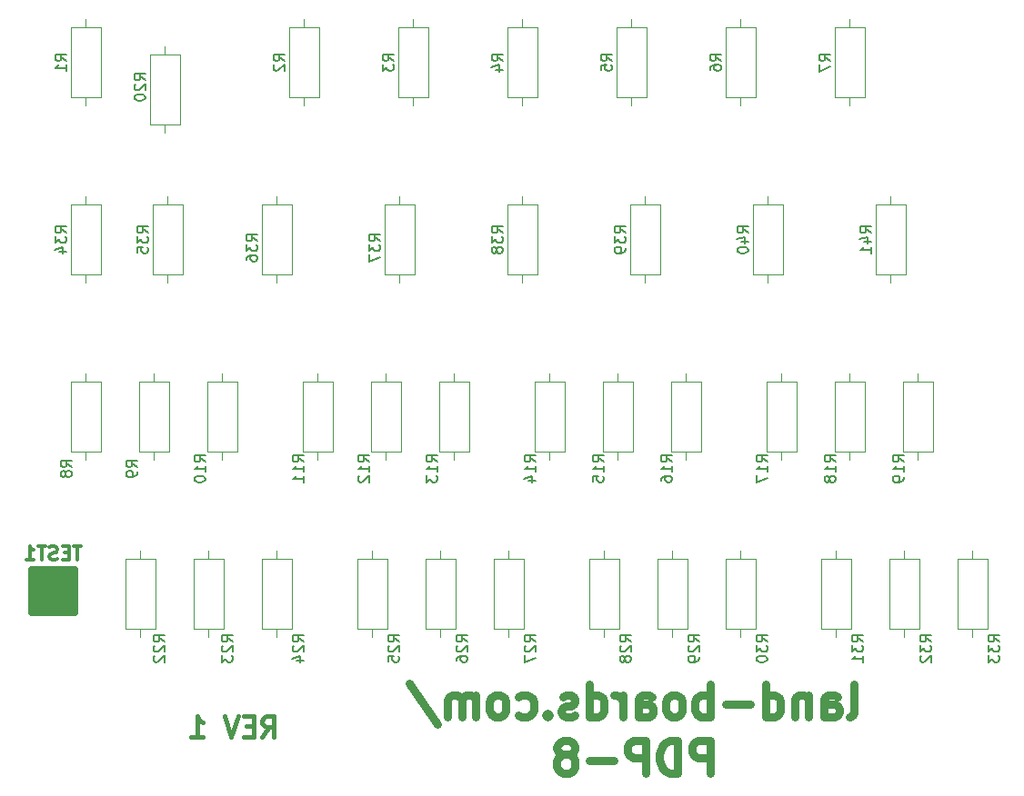
<source format=gbr>
G04 #@! TF.GenerationSoftware,KiCad,Pcbnew,(5.1.5)-3*
G04 #@! TF.CreationDate,2021-04-24T18:14:02-04:00*
G04 #@! TF.ProjectId,LEDS-SW12,4c454453-2d53-4573-9132-2e6b69636164,1*
G04 #@! TF.SameCoordinates,Original*
G04 #@! TF.FileFunction,Legend,Bot*
G04 #@! TF.FilePolarity,Positive*
%FSLAX46Y46*%
G04 Gerber Fmt 4.6, Leading zero omitted, Abs format (unit mm)*
G04 Created by KiCad (PCBNEW (5.1.5)-3) date 2021-04-24 18:14:02*
%MOMM*%
%LPD*%
G04 APERTURE LIST*
%ADD10C,0.750000*%
%ADD11C,0.381000*%
%ADD12C,0.120000*%
%ADD13C,0.650000*%
%ADD14C,0.150000*%
%ADD15C,0.317500*%
G04 APERTURE END LIST*
D10*
X87635421Y-97792143D02*
X87921136Y-97649286D01*
X88063993Y-97363572D01*
X88063993Y-94792144D01*
X85206851Y-97792143D02*
X85206851Y-96220715D01*
X85349708Y-95935001D01*
X85635422Y-95792144D01*
X86206850Y-95792144D01*
X86492565Y-95935001D01*
X85206851Y-97649286D02*
X85492565Y-97792143D01*
X86206850Y-97792143D01*
X86492565Y-97649286D01*
X86635422Y-97363572D01*
X86635422Y-97077857D01*
X86492565Y-96792143D01*
X86206850Y-96649286D01*
X85492565Y-96649286D01*
X85206851Y-96506429D01*
X83778280Y-95792144D02*
X83778280Y-97792143D01*
X83778280Y-96077858D02*
X83635423Y-95935001D01*
X83349709Y-95792144D01*
X82921137Y-95792144D01*
X82635423Y-95935001D01*
X82492566Y-96220715D01*
X82492566Y-97792143D01*
X79778281Y-97792143D02*
X79778281Y-94792144D01*
X79778281Y-97649286D02*
X80063995Y-97792143D01*
X80635424Y-97792143D01*
X80921138Y-97649286D01*
X81063995Y-97506429D01*
X81206852Y-97220715D01*
X81206852Y-96363572D01*
X81063995Y-96077858D01*
X80921138Y-95935001D01*
X80635424Y-95792144D01*
X80063995Y-95792144D01*
X79778281Y-95935001D01*
X78349710Y-96649286D02*
X76063997Y-96649286D01*
X74635426Y-97792143D02*
X74635426Y-94792144D01*
X74635426Y-95935001D02*
X74349712Y-95792144D01*
X73778283Y-95792144D01*
X73492569Y-95935001D01*
X73349712Y-96077858D01*
X73206855Y-96363572D01*
X73206855Y-97220715D01*
X73349712Y-97506429D01*
X73492569Y-97649286D01*
X73778283Y-97792143D01*
X74349712Y-97792143D01*
X74635426Y-97649286D01*
X71492570Y-97792143D02*
X71778284Y-97649286D01*
X71921141Y-97506429D01*
X72063998Y-97220715D01*
X72063998Y-96363572D01*
X71921141Y-96077858D01*
X71778284Y-95935001D01*
X71492570Y-95792144D01*
X71063998Y-95792144D01*
X70778284Y-95935001D01*
X70635427Y-96077858D01*
X70492570Y-96363572D01*
X70492570Y-97220715D01*
X70635427Y-97506429D01*
X70778284Y-97649286D01*
X71063998Y-97792143D01*
X71492570Y-97792143D01*
X67921142Y-97792143D02*
X67921142Y-96220715D01*
X68063999Y-95935001D01*
X68349714Y-95792144D01*
X68921142Y-95792144D01*
X69206856Y-95935001D01*
X67921142Y-97649286D02*
X68206856Y-97792143D01*
X68921142Y-97792143D01*
X69206856Y-97649286D01*
X69349713Y-97363572D01*
X69349713Y-97077857D01*
X69206856Y-96792143D01*
X68921142Y-96649286D01*
X68206856Y-96649286D01*
X67921142Y-96506429D01*
X66492571Y-97792143D02*
X66492571Y-95792144D01*
X66492571Y-96363572D02*
X66349714Y-96077858D01*
X66206857Y-95935001D01*
X65921143Y-95792144D01*
X65635429Y-95792144D01*
X63349715Y-97792143D02*
X63349715Y-94792144D01*
X63349715Y-97649286D02*
X63635429Y-97792143D01*
X64206858Y-97792143D01*
X64492572Y-97649286D01*
X64635429Y-97506429D01*
X64778286Y-97220715D01*
X64778286Y-96363572D01*
X64635429Y-96077858D01*
X64492572Y-95935001D01*
X64206858Y-95792144D01*
X63635429Y-95792144D01*
X63349715Y-95935001D01*
X62064001Y-97649286D02*
X61778287Y-97792143D01*
X61206859Y-97792143D01*
X60921145Y-97649286D01*
X60778287Y-97363572D01*
X60778287Y-97220715D01*
X60921145Y-96935000D01*
X61206859Y-96792143D01*
X61635430Y-96792143D01*
X61921144Y-96649286D01*
X62064001Y-96363572D01*
X62064001Y-96220715D01*
X61921144Y-95935001D01*
X61635430Y-95792144D01*
X61206859Y-95792144D01*
X60921145Y-95935001D01*
X59492574Y-97506429D02*
X59349717Y-97649286D01*
X59492574Y-97792143D01*
X59635431Y-97649286D01*
X59492574Y-97506429D01*
X59492574Y-97792143D01*
X56778289Y-97649286D02*
X57064003Y-97792143D01*
X57635431Y-97792143D01*
X57921146Y-97649286D01*
X58064003Y-97506429D01*
X58206860Y-97220715D01*
X58206860Y-96363572D01*
X58064003Y-96077858D01*
X57921146Y-95935001D01*
X57635431Y-95792144D01*
X57064003Y-95792144D01*
X56778289Y-95935001D01*
X55064004Y-97792143D02*
X55349718Y-97649286D01*
X55492575Y-97506429D01*
X55635432Y-97220715D01*
X55635432Y-96363572D01*
X55492575Y-96077858D01*
X55349718Y-95935001D01*
X55064004Y-95792144D01*
X54635432Y-95792144D01*
X54349718Y-95935001D01*
X54206861Y-96077858D01*
X54064004Y-96363572D01*
X54064004Y-97220715D01*
X54206861Y-97506429D01*
X54349718Y-97649286D01*
X54635432Y-97792143D01*
X55064004Y-97792143D01*
X52778290Y-97792143D02*
X52778290Y-95792144D01*
X52778290Y-96077858D02*
X52635433Y-95935001D01*
X52349719Y-95792144D01*
X51921148Y-95792144D01*
X51635433Y-95935001D01*
X51492576Y-96220715D01*
X51492576Y-97792143D01*
X51492576Y-96220715D02*
X51349719Y-95935001D01*
X51064005Y-95792144D01*
X50635434Y-95792144D01*
X50349720Y-95935001D01*
X50206862Y-96220715D01*
X50206862Y-97792143D01*
X46635435Y-94649287D02*
X49206863Y-98506428D01*
X74635426Y-103042142D02*
X74635426Y-100042143D01*
X73492569Y-100042143D01*
X73206855Y-100185000D01*
X73063998Y-100327857D01*
X72921141Y-100613571D01*
X72921141Y-101042143D01*
X73063998Y-101327857D01*
X73206855Y-101470714D01*
X73492569Y-101613571D01*
X74635426Y-101613571D01*
X71635427Y-103042142D02*
X71635427Y-100042143D01*
X70921141Y-100042143D01*
X70492570Y-100185000D01*
X70206856Y-100470714D01*
X70063999Y-100756428D01*
X69921142Y-101327857D01*
X69921142Y-101756428D01*
X70063999Y-102327856D01*
X70206856Y-102613571D01*
X70492570Y-102899285D01*
X70921141Y-103042142D01*
X71635427Y-103042142D01*
X68635428Y-103042142D02*
X68635428Y-100042143D01*
X67492571Y-100042143D01*
X67206857Y-100185000D01*
X67064000Y-100327857D01*
X66921143Y-100613571D01*
X66921143Y-101042143D01*
X67064000Y-101327857D01*
X67206857Y-101470714D01*
X67492571Y-101613571D01*
X68635428Y-101613571D01*
X65635429Y-101899285D02*
X63349715Y-101899285D01*
X61492573Y-101327857D02*
X61778287Y-101185000D01*
X61921144Y-101042143D01*
X62064001Y-100756428D01*
X62064001Y-100613571D01*
X61921144Y-100327857D01*
X61778287Y-100185000D01*
X61492573Y-100042143D01*
X60921145Y-100042143D01*
X60635430Y-100185000D01*
X60492573Y-100327857D01*
X60349716Y-100613571D01*
X60349716Y-100756428D01*
X60492573Y-101042143D01*
X60635430Y-101185000D01*
X60921145Y-101327857D01*
X61492573Y-101327857D01*
X61778287Y-101470714D01*
X61921144Y-101613571D01*
X62064001Y-101899285D01*
X62064001Y-102470714D01*
X61921144Y-102756428D01*
X61778287Y-102899285D01*
X61492573Y-103042142D01*
X60921145Y-103042142D01*
X60635430Y-102899285D01*
X60492573Y-102756428D01*
X60349716Y-102470714D01*
X60349716Y-101899285D01*
X60492573Y-101613571D01*
X60635430Y-101470714D01*
X60921145Y-101327857D01*
D11*
X32947428Y-99667785D02*
X33582428Y-98760642D01*
X34036000Y-99667785D02*
X34036000Y-97762785D01*
X33310285Y-97762785D01*
X33128857Y-97853500D01*
X33038142Y-97944214D01*
X32947428Y-98125642D01*
X32947428Y-98397785D01*
X33038142Y-98579214D01*
X33128857Y-98669928D01*
X33310285Y-98760642D01*
X34036000Y-98760642D01*
X32131000Y-98669928D02*
X31496000Y-98669928D01*
X31223857Y-99667785D02*
X32131000Y-99667785D01*
X32131000Y-97762785D01*
X31223857Y-97762785D01*
X30679571Y-97762785D02*
X30044571Y-99667785D01*
X29409571Y-97762785D01*
X26325285Y-99667785D02*
X27413857Y-99667785D01*
X26869571Y-99667785D02*
X26869571Y-97762785D01*
X27051000Y-98034928D01*
X27232428Y-98216357D01*
X27413857Y-98307071D01*
D12*
X77470000Y-82320000D02*
X77470000Y-83090000D01*
X77470000Y-90400000D02*
X77470000Y-89630000D01*
X78840000Y-83090000D02*
X78840000Y-89630000D01*
X76100000Y-83090000D02*
X78840000Y-83090000D01*
X76100000Y-89630000D02*
X76100000Y-83090000D01*
X78840000Y-89630000D02*
X76100000Y-89630000D01*
D13*
X11462000Y-84106000D02*
X15462000Y-84106000D01*
X15462000Y-84106000D02*
X15462000Y-88106000D01*
X15462000Y-88106000D02*
X11462000Y-88106000D01*
X11462000Y-88106000D02*
X11462000Y-84106000D01*
X11462000Y-84106000D02*
X11462000Y-84606000D01*
X11462000Y-84606000D02*
X15462000Y-84606000D01*
X15462000Y-84606000D02*
X15462000Y-85106000D01*
X15462000Y-85106000D02*
X11462000Y-85106000D01*
X11462000Y-85106000D02*
X11462000Y-85606000D01*
X11462000Y-85606000D02*
X15462000Y-85606000D01*
X15462000Y-85606000D02*
X15462000Y-86106000D01*
X15462000Y-86106000D02*
X11462000Y-86106000D01*
X11462000Y-86106000D02*
X11462000Y-86606000D01*
X11462000Y-86606000D02*
X14962000Y-86606000D01*
X14962000Y-86606000D02*
X15462000Y-86606000D01*
X15462000Y-86606000D02*
X15462000Y-87106000D01*
X15462000Y-87106000D02*
X11462000Y-87106000D01*
X11462000Y-87106000D02*
X11462000Y-87606000D01*
X11462000Y-87606000D02*
X15462000Y-87606000D01*
D12*
X50900000Y-89630000D02*
X48160000Y-89630000D01*
X48160000Y-89630000D02*
X48160000Y-83090000D01*
X48160000Y-83090000D02*
X50900000Y-83090000D01*
X50900000Y-83090000D02*
X50900000Y-89630000D01*
X49530000Y-90400000D02*
X49530000Y-89630000D01*
X49530000Y-82320000D02*
X49530000Y-83090000D01*
X57250000Y-89630000D02*
X54510000Y-89630000D01*
X54510000Y-89630000D02*
X54510000Y-83090000D01*
X54510000Y-83090000D02*
X57250000Y-83090000D01*
X57250000Y-83090000D02*
X57250000Y-89630000D01*
X55880000Y-90400000D02*
X55880000Y-89630000D01*
X55880000Y-82320000D02*
X55880000Y-83090000D01*
X64770000Y-82320000D02*
X64770000Y-83090000D01*
X64770000Y-90400000D02*
X64770000Y-89630000D01*
X66140000Y-83090000D02*
X66140000Y-89630000D01*
X63400000Y-83090000D02*
X66140000Y-83090000D01*
X63400000Y-89630000D02*
X63400000Y-83090000D01*
X66140000Y-89630000D02*
X63400000Y-89630000D01*
X72490000Y-89630000D02*
X69750000Y-89630000D01*
X69750000Y-89630000D02*
X69750000Y-83090000D01*
X69750000Y-83090000D02*
X72490000Y-83090000D01*
X72490000Y-83090000D02*
X72490000Y-89630000D01*
X71120000Y-90400000D02*
X71120000Y-89630000D01*
X71120000Y-82320000D02*
X71120000Y-83090000D01*
X86360000Y-82320000D02*
X86360000Y-83090000D01*
X86360000Y-90400000D02*
X86360000Y-89630000D01*
X87730000Y-83090000D02*
X87730000Y-89630000D01*
X84990000Y-83090000D02*
X87730000Y-83090000D01*
X84990000Y-89630000D02*
X84990000Y-83090000D01*
X87730000Y-89630000D02*
X84990000Y-89630000D01*
X94080000Y-89630000D02*
X91340000Y-89630000D01*
X91340000Y-89630000D02*
X91340000Y-83090000D01*
X91340000Y-83090000D02*
X94080000Y-83090000D01*
X94080000Y-83090000D02*
X94080000Y-89630000D01*
X92710000Y-90400000D02*
X92710000Y-89630000D01*
X92710000Y-82320000D02*
X92710000Y-83090000D01*
X99060000Y-82320000D02*
X99060000Y-83090000D01*
X99060000Y-90400000D02*
X99060000Y-89630000D01*
X100430000Y-83090000D02*
X100430000Y-89630000D01*
X97690000Y-83090000D02*
X100430000Y-83090000D01*
X97690000Y-89630000D02*
X97690000Y-83090000D01*
X100430000Y-89630000D02*
X97690000Y-89630000D01*
X24130000Y-49300000D02*
X24130000Y-50070000D01*
X24130000Y-57380000D02*
X24130000Y-56610000D01*
X25500000Y-50070000D02*
X25500000Y-56610000D01*
X22760000Y-50070000D02*
X25500000Y-50070000D01*
X22760000Y-56610000D02*
X22760000Y-50070000D01*
X25500000Y-56610000D02*
X22760000Y-56610000D01*
X35660000Y-56610000D02*
X32920000Y-56610000D01*
X32920000Y-56610000D02*
X32920000Y-50070000D01*
X32920000Y-50070000D02*
X35660000Y-50070000D01*
X35660000Y-50070000D02*
X35660000Y-56610000D01*
X34290000Y-57380000D02*
X34290000Y-56610000D01*
X34290000Y-49300000D02*
X34290000Y-50070000D01*
X45720000Y-49300000D02*
X45720000Y-50070000D01*
X45720000Y-57380000D02*
X45720000Y-56610000D01*
X47090000Y-50070000D02*
X47090000Y-56610000D01*
X44350000Y-50070000D02*
X47090000Y-50070000D01*
X44350000Y-56610000D02*
X44350000Y-50070000D01*
X47090000Y-56610000D02*
X44350000Y-56610000D01*
X58520000Y-56610000D02*
X55780000Y-56610000D01*
X55780000Y-56610000D02*
X55780000Y-50070000D01*
X55780000Y-50070000D02*
X58520000Y-50070000D01*
X58520000Y-50070000D02*
X58520000Y-56610000D01*
X57150000Y-57380000D02*
X57150000Y-56610000D01*
X57150000Y-49300000D02*
X57150000Y-50070000D01*
X68580000Y-49300000D02*
X68580000Y-50070000D01*
X68580000Y-57380000D02*
X68580000Y-56610000D01*
X69950000Y-50070000D02*
X69950000Y-56610000D01*
X67210000Y-50070000D02*
X69950000Y-50070000D01*
X67210000Y-56610000D02*
X67210000Y-50070000D01*
X69950000Y-56610000D02*
X67210000Y-56610000D01*
X81380000Y-56610000D02*
X78640000Y-56610000D01*
X78640000Y-56610000D02*
X78640000Y-50070000D01*
X78640000Y-50070000D02*
X81380000Y-50070000D01*
X81380000Y-50070000D02*
X81380000Y-56610000D01*
X80010000Y-57380000D02*
X80010000Y-56610000D01*
X80010000Y-49300000D02*
X80010000Y-50070000D01*
X91440000Y-49300000D02*
X91440000Y-50070000D01*
X91440000Y-57380000D02*
X91440000Y-56610000D01*
X92810000Y-50070000D02*
X92810000Y-56610000D01*
X90070000Y-50070000D02*
X92810000Y-50070000D01*
X90070000Y-56610000D02*
X90070000Y-50070000D01*
X92810000Y-56610000D02*
X90070000Y-56610000D01*
X95350000Y-73120000D02*
X92610000Y-73120000D01*
X92610000Y-73120000D02*
X92610000Y-66580000D01*
X92610000Y-66580000D02*
X95350000Y-66580000D01*
X95350000Y-66580000D02*
X95350000Y-73120000D01*
X93980000Y-73890000D02*
X93980000Y-73120000D01*
X93980000Y-65810000D02*
X93980000Y-66580000D01*
X87630000Y-65810000D02*
X87630000Y-66580000D01*
X87630000Y-73890000D02*
X87630000Y-73120000D01*
X89000000Y-66580000D02*
X89000000Y-73120000D01*
X86260000Y-66580000D02*
X89000000Y-66580000D01*
X86260000Y-73120000D02*
X86260000Y-66580000D01*
X89000000Y-73120000D02*
X86260000Y-73120000D01*
X82650000Y-73120000D02*
X79910000Y-73120000D01*
X79910000Y-73120000D02*
X79910000Y-66580000D01*
X79910000Y-66580000D02*
X82650000Y-66580000D01*
X82650000Y-66580000D02*
X82650000Y-73120000D01*
X81280000Y-73890000D02*
X81280000Y-73120000D01*
X81280000Y-65810000D02*
X81280000Y-66580000D01*
X72390000Y-65810000D02*
X72390000Y-66580000D01*
X72390000Y-73890000D02*
X72390000Y-73120000D01*
X73760000Y-66580000D02*
X73760000Y-73120000D01*
X71020000Y-66580000D02*
X73760000Y-66580000D01*
X71020000Y-73120000D02*
X71020000Y-66580000D01*
X73760000Y-73120000D02*
X71020000Y-73120000D01*
X67410000Y-73120000D02*
X64670000Y-73120000D01*
X64670000Y-73120000D02*
X64670000Y-66580000D01*
X64670000Y-66580000D02*
X67410000Y-66580000D01*
X67410000Y-66580000D02*
X67410000Y-73120000D01*
X66040000Y-73890000D02*
X66040000Y-73120000D01*
X66040000Y-65810000D02*
X66040000Y-66580000D01*
X59690000Y-65810000D02*
X59690000Y-66580000D01*
X59690000Y-73890000D02*
X59690000Y-73120000D01*
X61060000Y-66580000D02*
X61060000Y-73120000D01*
X58320000Y-66580000D02*
X61060000Y-66580000D01*
X58320000Y-73120000D02*
X58320000Y-66580000D01*
X61060000Y-73120000D02*
X58320000Y-73120000D01*
X52170000Y-73120000D02*
X49430000Y-73120000D01*
X49430000Y-73120000D02*
X49430000Y-66580000D01*
X49430000Y-66580000D02*
X52170000Y-66580000D01*
X52170000Y-66580000D02*
X52170000Y-73120000D01*
X50800000Y-73890000D02*
X50800000Y-73120000D01*
X50800000Y-65810000D02*
X50800000Y-66580000D01*
X44450000Y-65810000D02*
X44450000Y-66580000D01*
X44450000Y-73890000D02*
X44450000Y-73120000D01*
X45820000Y-66580000D02*
X45820000Y-73120000D01*
X43080000Y-66580000D02*
X45820000Y-66580000D01*
X43080000Y-73120000D02*
X43080000Y-66580000D01*
X45820000Y-73120000D02*
X43080000Y-73120000D01*
X44550000Y-89630000D02*
X41810000Y-89630000D01*
X41810000Y-89630000D02*
X41810000Y-83090000D01*
X41810000Y-83090000D02*
X44550000Y-83090000D01*
X44550000Y-83090000D02*
X44550000Y-89630000D01*
X43180000Y-90400000D02*
X43180000Y-89630000D01*
X43180000Y-82320000D02*
X43180000Y-83090000D01*
X34290000Y-82320000D02*
X34290000Y-83090000D01*
X34290000Y-90400000D02*
X34290000Y-89630000D01*
X35660000Y-83090000D02*
X35660000Y-89630000D01*
X32920000Y-83090000D02*
X35660000Y-83090000D01*
X32920000Y-89630000D02*
X32920000Y-83090000D01*
X35660000Y-89630000D02*
X32920000Y-89630000D01*
X29310000Y-89630000D02*
X26570000Y-89630000D01*
X26570000Y-89630000D02*
X26570000Y-83090000D01*
X26570000Y-83090000D02*
X29310000Y-83090000D01*
X29310000Y-83090000D02*
X29310000Y-89630000D01*
X27940000Y-90400000D02*
X27940000Y-89630000D01*
X27940000Y-82320000D02*
X27940000Y-83090000D01*
X21590000Y-82320000D02*
X21590000Y-83090000D01*
X21590000Y-90400000D02*
X21590000Y-89630000D01*
X22960000Y-83090000D02*
X22960000Y-89630000D01*
X20220000Y-83090000D02*
X22960000Y-83090000D01*
X20220000Y-89630000D02*
X20220000Y-83090000D01*
X22960000Y-89630000D02*
X20220000Y-89630000D01*
X39470000Y-73120000D02*
X36730000Y-73120000D01*
X36730000Y-73120000D02*
X36730000Y-66580000D01*
X36730000Y-66580000D02*
X39470000Y-66580000D01*
X39470000Y-66580000D02*
X39470000Y-73120000D01*
X38100000Y-73890000D02*
X38100000Y-73120000D01*
X38100000Y-65810000D02*
X38100000Y-66580000D01*
X29210000Y-65810000D02*
X29210000Y-66580000D01*
X29210000Y-73890000D02*
X29210000Y-73120000D01*
X30580000Y-66580000D02*
X30580000Y-73120000D01*
X27840000Y-66580000D02*
X30580000Y-66580000D01*
X27840000Y-73120000D02*
X27840000Y-66580000D01*
X30580000Y-73120000D02*
X27840000Y-73120000D01*
X24230000Y-73120000D02*
X21490000Y-73120000D01*
X21490000Y-73120000D02*
X21490000Y-66580000D01*
X21490000Y-66580000D02*
X24230000Y-66580000D01*
X24230000Y-66580000D02*
X24230000Y-73120000D01*
X22860000Y-73890000D02*
X22860000Y-73120000D01*
X22860000Y-65810000D02*
X22860000Y-66580000D01*
X16510000Y-65810000D02*
X16510000Y-66580000D01*
X16510000Y-73890000D02*
X16510000Y-73120000D01*
X17880000Y-66580000D02*
X17880000Y-73120000D01*
X15140000Y-66580000D02*
X17880000Y-66580000D01*
X15140000Y-73120000D02*
X15140000Y-66580000D01*
X17880000Y-73120000D02*
X15140000Y-73120000D01*
X87630000Y-32790000D02*
X87630000Y-33560000D01*
X87630000Y-40870000D02*
X87630000Y-40100000D01*
X89000000Y-33560000D02*
X89000000Y-40100000D01*
X86260000Y-33560000D02*
X89000000Y-33560000D01*
X86260000Y-40100000D02*
X86260000Y-33560000D01*
X89000000Y-40100000D02*
X86260000Y-40100000D01*
X78840000Y-40100000D02*
X76100000Y-40100000D01*
X76100000Y-40100000D02*
X76100000Y-33560000D01*
X76100000Y-33560000D02*
X78840000Y-33560000D01*
X78840000Y-33560000D02*
X78840000Y-40100000D01*
X77470000Y-40870000D02*
X77470000Y-40100000D01*
X77470000Y-32790000D02*
X77470000Y-33560000D01*
X57150000Y-32790000D02*
X57150000Y-33560000D01*
X57150000Y-40870000D02*
X57150000Y-40100000D01*
X58520000Y-33560000D02*
X58520000Y-40100000D01*
X55780000Y-33560000D02*
X58520000Y-33560000D01*
X55780000Y-40100000D02*
X55780000Y-33560000D01*
X58520000Y-40100000D02*
X55780000Y-40100000D01*
X68680000Y-40100000D02*
X65940000Y-40100000D01*
X65940000Y-40100000D02*
X65940000Y-33560000D01*
X65940000Y-33560000D02*
X68680000Y-33560000D01*
X68680000Y-33560000D02*
X68680000Y-40100000D01*
X67310000Y-40870000D02*
X67310000Y-40100000D01*
X67310000Y-32790000D02*
X67310000Y-33560000D01*
X36830000Y-32790000D02*
X36830000Y-33560000D01*
X36830000Y-40870000D02*
X36830000Y-40100000D01*
X38200000Y-33560000D02*
X38200000Y-40100000D01*
X35460000Y-33560000D02*
X38200000Y-33560000D01*
X35460000Y-40100000D02*
X35460000Y-33560000D01*
X38200000Y-40100000D02*
X35460000Y-40100000D01*
X48360000Y-40100000D02*
X45620000Y-40100000D01*
X45620000Y-40100000D02*
X45620000Y-33560000D01*
X45620000Y-33560000D02*
X48360000Y-33560000D01*
X48360000Y-33560000D02*
X48360000Y-40100000D01*
X46990000Y-40870000D02*
X46990000Y-40100000D01*
X46990000Y-32790000D02*
X46990000Y-33560000D01*
X17880000Y-40100000D02*
X15140000Y-40100000D01*
X15140000Y-40100000D02*
X15140000Y-33560000D01*
X15140000Y-33560000D02*
X17880000Y-33560000D01*
X17880000Y-33560000D02*
X17880000Y-40100000D01*
X16510000Y-40870000D02*
X16510000Y-40100000D01*
X16510000Y-32790000D02*
X16510000Y-33560000D01*
X25246000Y-42640000D02*
X22506000Y-42640000D01*
X22506000Y-42640000D02*
X22506000Y-36100000D01*
X22506000Y-36100000D02*
X25246000Y-36100000D01*
X25246000Y-36100000D02*
X25246000Y-42640000D01*
X23876000Y-43410000D02*
X23876000Y-42640000D01*
X23876000Y-35330000D02*
X23876000Y-36100000D01*
X17880000Y-56610000D02*
X15140000Y-56610000D01*
X15140000Y-56610000D02*
X15140000Y-50070000D01*
X15140000Y-50070000D02*
X17880000Y-50070000D01*
X17880000Y-50070000D02*
X17880000Y-56610000D01*
X16510000Y-57380000D02*
X16510000Y-56610000D01*
X16510000Y-49300000D02*
X16510000Y-50070000D01*
D14*
X79954380Y-90797142D02*
X79478190Y-90463809D01*
X79954380Y-90225714D02*
X78954380Y-90225714D01*
X78954380Y-90606666D01*
X79002000Y-90701904D01*
X79049619Y-90749523D01*
X79144857Y-90797142D01*
X79287714Y-90797142D01*
X79382952Y-90749523D01*
X79430571Y-90701904D01*
X79478190Y-90606666D01*
X79478190Y-90225714D01*
X78954380Y-91130476D02*
X78954380Y-91749523D01*
X79335333Y-91416190D01*
X79335333Y-91559047D01*
X79382952Y-91654285D01*
X79430571Y-91701904D01*
X79525809Y-91749523D01*
X79763904Y-91749523D01*
X79859142Y-91701904D01*
X79906761Y-91654285D01*
X79954380Y-91559047D01*
X79954380Y-91273333D01*
X79906761Y-91178095D01*
X79859142Y-91130476D01*
X78954380Y-92368571D02*
X78954380Y-92463809D01*
X79002000Y-92559047D01*
X79049619Y-92606666D01*
X79144857Y-92654285D01*
X79335333Y-92701904D01*
X79573428Y-92701904D01*
X79763904Y-92654285D01*
X79859142Y-92606666D01*
X79906761Y-92559047D01*
X79954380Y-92463809D01*
X79954380Y-92368571D01*
X79906761Y-92273333D01*
X79859142Y-92225714D01*
X79763904Y-92178095D01*
X79573428Y-92130476D01*
X79335333Y-92130476D01*
X79144857Y-92178095D01*
X79049619Y-92225714D01*
X79002000Y-92273333D01*
X78954380Y-92368571D01*
D15*
X16092714Y-81910523D02*
X15367000Y-81910523D01*
X15729857Y-83180523D02*
X15729857Y-81910523D01*
X14943666Y-82515285D02*
X14520333Y-82515285D01*
X14338904Y-83180523D02*
X14943666Y-83180523D01*
X14943666Y-81910523D01*
X14338904Y-81910523D01*
X13855095Y-83120047D02*
X13673666Y-83180523D01*
X13371285Y-83180523D01*
X13250333Y-83120047D01*
X13189857Y-83059571D01*
X13129380Y-82938619D01*
X13129380Y-82817666D01*
X13189857Y-82696714D01*
X13250333Y-82636238D01*
X13371285Y-82575761D01*
X13613190Y-82515285D01*
X13734142Y-82454809D01*
X13794619Y-82394333D01*
X13855095Y-82273380D01*
X13855095Y-82152428D01*
X13794619Y-82031476D01*
X13734142Y-81971000D01*
X13613190Y-81910523D01*
X13310809Y-81910523D01*
X13129380Y-81971000D01*
X12766523Y-81910523D02*
X12040809Y-81910523D01*
X12403666Y-83180523D02*
X12403666Y-81910523D01*
X10952238Y-83180523D02*
X11677952Y-83180523D01*
X11315095Y-83180523D02*
X11315095Y-81910523D01*
X11436047Y-82091952D01*
X11557000Y-82212904D01*
X11677952Y-82273380D01*
D14*
X52014380Y-90797142D02*
X51538190Y-90463809D01*
X52014380Y-90225714D02*
X51014380Y-90225714D01*
X51014380Y-90606666D01*
X51062000Y-90701904D01*
X51109619Y-90749523D01*
X51204857Y-90797142D01*
X51347714Y-90797142D01*
X51442952Y-90749523D01*
X51490571Y-90701904D01*
X51538190Y-90606666D01*
X51538190Y-90225714D01*
X51109619Y-91178095D02*
X51062000Y-91225714D01*
X51014380Y-91320952D01*
X51014380Y-91559047D01*
X51062000Y-91654285D01*
X51109619Y-91701904D01*
X51204857Y-91749523D01*
X51300095Y-91749523D01*
X51442952Y-91701904D01*
X52014380Y-91130476D01*
X52014380Y-91749523D01*
X51014380Y-92606666D02*
X51014380Y-92416190D01*
X51062000Y-92320952D01*
X51109619Y-92273333D01*
X51252476Y-92178095D01*
X51442952Y-92130476D01*
X51823904Y-92130476D01*
X51919142Y-92178095D01*
X51966761Y-92225714D01*
X52014380Y-92320952D01*
X52014380Y-92511428D01*
X51966761Y-92606666D01*
X51919142Y-92654285D01*
X51823904Y-92701904D01*
X51585809Y-92701904D01*
X51490571Y-92654285D01*
X51442952Y-92606666D01*
X51395333Y-92511428D01*
X51395333Y-92320952D01*
X51442952Y-92225714D01*
X51490571Y-92178095D01*
X51585809Y-92130476D01*
X58364380Y-90797142D02*
X57888190Y-90463809D01*
X58364380Y-90225714D02*
X57364380Y-90225714D01*
X57364380Y-90606666D01*
X57412000Y-90701904D01*
X57459619Y-90749523D01*
X57554857Y-90797142D01*
X57697714Y-90797142D01*
X57792952Y-90749523D01*
X57840571Y-90701904D01*
X57888190Y-90606666D01*
X57888190Y-90225714D01*
X57459619Y-91178095D02*
X57412000Y-91225714D01*
X57364380Y-91320952D01*
X57364380Y-91559047D01*
X57412000Y-91654285D01*
X57459619Y-91701904D01*
X57554857Y-91749523D01*
X57650095Y-91749523D01*
X57792952Y-91701904D01*
X58364380Y-91130476D01*
X58364380Y-91749523D01*
X57364380Y-92082857D02*
X57364380Y-92749523D01*
X58364380Y-92320952D01*
X67254380Y-90797142D02*
X66778190Y-90463809D01*
X67254380Y-90225714D02*
X66254380Y-90225714D01*
X66254380Y-90606666D01*
X66302000Y-90701904D01*
X66349619Y-90749523D01*
X66444857Y-90797142D01*
X66587714Y-90797142D01*
X66682952Y-90749523D01*
X66730571Y-90701904D01*
X66778190Y-90606666D01*
X66778190Y-90225714D01*
X66349619Y-91178095D02*
X66302000Y-91225714D01*
X66254380Y-91320952D01*
X66254380Y-91559047D01*
X66302000Y-91654285D01*
X66349619Y-91701904D01*
X66444857Y-91749523D01*
X66540095Y-91749523D01*
X66682952Y-91701904D01*
X67254380Y-91130476D01*
X67254380Y-91749523D01*
X66682952Y-92320952D02*
X66635333Y-92225714D01*
X66587714Y-92178095D01*
X66492476Y-92130476D01*
X66444857Y-92130476D01*
X66349619Y-92178095D01*
X66302000Y-92225714D01*
X66254380Y-92320952D01*
X66254380Y-92511428D01*
X66302000Y-92606666D01*
X66349619Y-92654285D01*
X66444857Y-92701904D01*
X66492476Y-92701904D01*
X66587714Y-92654285D01*
X66635333Y-92606666D01*
X66682952Y-92511428D01*
X66682952Y-92320952D01*
X66730571Y-92225714D01*
X66778190Y-92178095D01*
X66873428Y-92130476D01*
X67063904Y-92130476D01*
X67159142Y-92178095D01*
X67206761Y-92225714D01*
X67254380Y-92320952D01*
X67254380Y-92511428D01*
X67206761Y-92606666D01*
X67159142Y-92654285D01*
X67063904Y-92701904D01*
X66873428Y-92701904D01*
X66778190Y-92654285D01*
X66730571Y-92606666D01*
X66682952Y-92511428D01*
X73604380Y-90797142D02*
X73128190Y-90463809D01*
X73604380Y-90225714D02*
X72604380Y-90225714D01*
X72604380Y-90606666D01*
X72652000Y-90701904D01*
X72699619Y-90749523D01*
X72794857Y-90797142D01*
X72937714Y-90797142D01*
X73032952Y-90749523D01*
X73080571Y-90701904D01*
X73128190Y-90606666D01*
X73128190Y-90225714D01*
X72699619Y-91178095D02*
X72652000Y-91225714D01*
X72604380Y-91320952D01*
X72604380Y-91559047D01*
X72652000Y-91654285D01*
X72699619Y-91701904D01*
X72794857Y-91749523D01*
X72890095Y-91749523D01*
X73032952Y-91701904D01*
X73604380Y-91130476D01*
X73604380Y-91749523D01*
X73604380Y-92225714D02*
X73604380Y-92416190D01*
X73556761Y-92511428D01*
X73509142Y-92559047D01*
X73366285Y-92654285D01*
X73175809Y-92701904D01*
X72794857Y-92701904D01*
X72699619Y-92654285D01*
X72652000Y-92606666D01*
X72604380Y-92511428D01*
X72604380Y-92320952D01*
X72652000Y-92225714D01*
X72699619Y-92178095D01*
X72794857Y-92130476D01*
X73032952Y-92130476D01*
X73128190Y-92178095D01*
X73175809Y-92225714D01*
X73223428Y-92320952D01*
X73223428Y-92511428D01*
X73175809Y-92606666D01*
X73128190Y-92654285D01*
X73032952Y-92701904D01*
X88844380Y-90797142D02*
X88368190Y-90463809D01*
X88844380Y-90225714D02*
X87844380Y-90225714D01*
X87844380Y-90606666D01*
X87892000Y-90701904D01*
X87939619Y-90749523D01*
X88034857Y-90797142D01*
X88177714Y-90797142D01*
X88272952Y-90749523D01*
X88320571Y-90701904D01*
X88368190Y-90606666D01*
X88368190Y-90225714D01*
X87844380Y-91130476D02*
X87844380Y-91749523D01*
X88225333Y-91416190D01*
X88225333Y-91559047D01*
X88272952Y-91654285D01*
X88320571Y-91701904D01*
X88415809Y-91749523D01*
X88653904Y-91749523D01*
X88749142Y-91701904D01*
X88796761Y-91654285D01*
X88844380Y-91559047D01*
X88844380Y-91273333D01*
X88796761Y-91178095D01*
X88749142Y-91130476D01*
X88844380Y-92701904D02*
X88844380Y-92130476D01*
X88844380Y-92416190D02*
X87844380Y-92416190D01*
X87987238Y-92320952D01*
X88082476Y-92225714D01*
X88130095Y-92130476D01*
X95194380Y-90797142D02*
X94718190Y-90463809D01*
X95194380Y-90225714D02*
X94194380Y-90225714D01*
X94194380Y-90606666D01*
X94242000Y-90701904D01*
X94289619Y-90749523D01*
X94384857Y-90797142D01*
X94527714Y-90797142D01*
X94622952Y-90749523D01*
X94670571Y-90701904D01*
X94718190Y-90606666D01*
X94718190Y-90225714D01*
X94194380Y-91130476D02*
X94194380Y-91749523D01*
X94575333Y-91416190D01*
X94575333Y-91559047D01*
X94622952Y-91654285D01*
X94670571Y-91701904D01*
X94765809Y-91749523D01*
X95003904Y-91749523D01*
X95099142Y-91701904D01*
X95146761Y-91654285D01*
X95194380Y-91559047D01*
X95194380Y-91273333D01*
X95146761Y-91178095D01*
X95099142Y-91130476D01*
X94289619Y-92130476D02*
X94242000Y-92178095D01*
X94194380Y-92273333D01*
X94194380Y-92511428D01*
X94242000Y-92606666D01*
X94289619Y-92654285D01*
X94384857Y-92701904D01*
X94480095Y-92701904D01*
X94622952Y-92654285D01*
X95194380Y-92082857D01*
X95194380Y-92701904D01*
X101544380Y-90797142D02*
X101068190Y-90463809D01*
X101544380Y-90225714D02*
X100544380Y-90225714D01*
X100544380Y-90606666D01*
X100592000Y-90701904D01*
X100639619Y-90749523D01*
X100734857Y-90797142D01*
X100877714Y-90797142D01*
X100972952Y-90749523D01*
X101020571Y-90701904D01*
X101068190Y-90606666D01*
X101068190Y-90225714D01*
X100544380Y-91130476D02*
X100544380Y-91749523D01*
X100925333Y-91416190D01*
X100925333Y-91559047D01*
X100972952Y-91654285D01*
X101020571Y-91701904D01*
X101115809Y-91749523D01*
X101353904Y-91749523D01*
X101449142Y-91701904D01*
X101496761Y-91654285D01*
X101544380Y-91559047D01*
X101544380Y-91273333D01*
X101496761Y-91178095D01*
X101449142Y-91130476D01*
X100544380Y-92082857D02*
X100544380Y-92701904D01*
X100925333Y-92368571D01*
X100925333Y-92511428D01*
X100972952Y-92606666D01*
X101020571Y-92654285D01*
X101115809Y-92701904D01*
X101353904Y-92701904D01*
X101449142Y-92654285D01*
X101496761Y-92606666D01*
X101544380Y-92511428D01*
X101544380Y-92225714D01*
X101496761Y-92130476D01*
X101449142Y-92082857D01*
X22296380Y-52697142D02*
X21820190Y-52363809D01*
X22296380Y-52125714D02*
X21296380Y-52125714D01*
X21296380Y-52506666D01*
X21344000Y-52601904D01*
X21391619Y-52649523D01*
X21486857Y-52697142D01*
X21629714Y-52697142D01*
X21724952Y-52649523D01*
X21772571Y-52601904D01*
X21820190Y-52506666D01*
X21820190Y-52125714D01*
X21296380Y-53030476D02*
X21296380Y-53649523D01*
X21677333Y-53316190D01*
X21677333Y-53459047D01*
X21724952Y-53554285D01*
X21772571Y-53601904D01*
X21867809Y-53649523D01*
X22105904Y-53649523D01*
X22201142Y-53601904D01*
X22248761Y-53554285D01*
X22296380Y-53459047D01*
X22296380Y-53173333D01*
X22248761Y-53078095D01*
X22201142Y-53030476D01*
X21296380Y-54554285D02*
X21296380Y-54078095D01*
X21772571Y-54030476D01*
X21724952Y-54078095D01*
X21677333Y-54173333D01*
X21677333Y-54411428D01*
X21724952Y-54506666D01*
X21772571Y-54554285D01*
X21867809Y-54601904D01*
X22105904Y-54601904D01*
X22201142Y-54554285D01*
X22248761Y-54506666D01*
X22296380Y-54411428D01*
X22296380Y-54173333D01*
X22248761Y-54078095D01*
X22201142Y-54030476D01*
X32456380Y-53459142D02*
X31980190Y-53125809D01*
X32456380Y-52887714D02*
X31456380Y-52887714D01*
X31456380Y-53268666D01*
X31504000Y-53363904D01*
X31551619Y-53411523D01*
X31646857Y-53459142D01*
X31789714Y-53459142D01*
X31884952Y-53411523D01*
X31932571Y-53363904D01*
X31980190Y-53268666D01*
X31980190Y-52887714D01*
X31456380Y-53792476D02*
X31456380Y-54411523D01*
X31837333Y-54078190D01*
X31837333Y-54221047D01*
X31884952Y-54316285D01*
X31932571Y-54363904D01*
X32027809Y-54411523D01*
X32265904Y-54411523D01*
X32361142Y-54363904D01*
X32408761Y-54316285D01*
X32456380Y-54221047D01*
X32456380Y-53935333D01*
X32408761Y-53840095D01*
X32361142Y-53792476D01*
X31456380Y-55268666D02*
X31456380Y-55078190D01*
X31504000Y-54982952D01*
X31551619Y-54935333D01*
X31694476Y-54840095D01*
X31884952Y-54792476D01*
X32265904Y-54792476D01*
X32361142Y-54840095D01*
X32408761Y-54887714D01*
X32456380Y-54982952D01*
X32456380Y-55173428D01*
X32408761Y-55268666D01*
X32361142Y-55316285D01*
X32265904Y-55363904D01*
X32027809Y-55363904D01*
X31932571Y-55316285D01*
X31884952Y-55268666D01*
X31837333Y-55173428D01*
X31837333Y-54982952D01*
X31884952Y-54887714D01*
X31932571Y-54840095D01*
X32027809Y-54792476D01*
X43886380Y-53459142D02*
X43410190Y-53125809D01*
X43886380Y-52887714D02*
X42886380Y-52887714D01*
X42886380Y-53268666D01*
X42934000Y-53363904D01*
X42981619Y-53411523D01*
X43076857Y-53459142D01*
X43219714Y-53459142D01*
X43314952Y-53411523D01*
X43362571Y-53363904D01*
X43410190Y-53268666D01*
X43410190Y-52887714D01*
X42886380Y-53792476D02*
X42886380Y-54411523D01*
X43267333Y-54078190D01*
X43267333Y-54221047D01*
X43314952Y-54316285D01*
X43362571Y-54363904D01*
X43457809Y-54411523D01*
X43695904Y-54411523D01*
X43791142Y-54363904D01*
X43838761Y-54316285D01*
X43886380Y-54221047D01*
X43886380Y-53935333D01*
X43838761Y-53840095D01*
X43791142Y-53792476D01*
X42886380Y-54744857D02*
X42886380Y-55411523D01*
X43886380Y-54982952D01*
X55316380Y-52697142D02*
X54840190Y-52363809D01*
X55316380Y-52125714D02*
X54316380Y-52125714D01*
X54316380Y-52506666D01*
X54364000Y-52601904D01*
X54411619Y-52649523D01*
X54506857Y-52697142D01*
X54649714Y-52697142D01*
X54744952Y-52649523D01*
X54792571Y-52601904D01*
X54840190Y-52506666D01*
X54840190Y-52125714D01*
X54316380Y-53030476D02*
X54316380Y-53649523D01*
X54697333Y-53316190D01*
X54697333Y-53459047D01*
X54744952Y-53554285D01*
X54792571Y-53601904D01*
X54887809Y-53649523D01*
X55125904Y-53649523D01*
X55221142Y-53601904D01*
X55268761Y-53554285D01*
X55316380Y-53459047D01*
X55316380Y-53173333D01*
X55268761Y-53078095D01*
X55221142Y-53030476D01*
X54744952Y-54220952D02*
X54697333Y-54125714D01*
X54649714Y-54078095D01*
X54554476Y-54030476D01*
X54506857Y-54030476D01*
X54411619Y-54078095D01*
X54364000Y-54125714D01*
X54316380Y-54220952D01*
X54316380Y-54411428D01*
X54364000Y-54506666D01*
X54411619Y-54554285D01*
X54506857Y-54601904D01*
X54554476Y-54601904D01*
X54649714Y-54554285D01*
X54697333Y-54506666D01*
X54744952Y-54411428D01*
X54744952Y-54220952D01*
X54792571Y-54125714D01*
X54840190Y-54078095D01*
X54935428Y-54030476D01*
X55125904Y-54030476D01*
X55221142Y-54078095D01*
X55268761Y-54125714D01*
X55316380Y-54220952D01*
X55316380Y-54411428D01*
X55268761Y-54506666D01*
X55221142Y-54554285D01*
X55125904Y-54601904D01*
X54935428Y-54601904D01*
X54840190Y-54554285D01*
X54792571Y-54506666D01*
X54744952Y-54411428D01*
X66746380Y-52697142D02*
X66270190Y-52363809D01*
X66746380Y-52125714D02*
X65746380Y-52125714D01*
X65746380Y-52506666D01*
X65794000Y-52601904D01*
X65841619Y-52649523D01*
X65936857Y-52697142D01*
X66079714Y-52697142D01*
X66174952Y-52649523D01*
X66222571Y-52601904D01*
X66270190Y-52506666D01*
X66270190Y-52125714D01*
X65746380Y-53030476D02*
X65746380Y-53649523D01*
X66127333Y-53316190D01*
X66127333Y-53459047D01*
X66174952Y-53554285D01*
X66222571Y-53601904D01*
X66317809Y-53649523D01*
X66555904Y-53649523D01*
X66651142Y-53601904D01*
X66698761Y-53554285D01*
X66746380Y-53459047D01*
X66746380Y-53173333D01*
X66698761Y-53078095D01*
X66651142Y-53030476D01*
X66746380Y-54125714D02*
X66746380Y-54316190D01*
X66698761Y-54411428D01*
X66651142Y-54459047D01*
X66508285Y-54554285D01*
X66317809Y-54601904D01*
X65936857Y-54601904D01*
X65841619Y-54554285D01*
X65794000Y-54506666D01*
X65746380Y-54411428D01*
X65746380Y-54220952D01*
X65794000Y-54125714D01*
X65841619Y-54078095D01*
X65936857Y-54030476D01*
X66174952Y-54030476D01*
X66270190Y-54078095D01*
X66317809Y-54125714D01*
X66365428Y-54220952D01*
X66365428Y-54411428D01*
X66317809Y-54506666D01*
X66270190Y-54554285D01*
X66174952Y-54601904D01*
X78176380Y-52697142D02*
X77700190Y-52363809D01*
X78176380Y-52125714D02*
X77176380Y-52125714D01*
X77176380Y-52506666D01*
X77224000Y-52601904D01*
X77271619Y-52649523D01*
X77366857Y-52697142D01*
X77509714Y-52697142D01*
X77604952Y-52649523D01*
X77652571Y-52601904D01*
X77700190Y-52506666D01*
X77700190Y-52125714D01*
X77509714Y-53554285D02*
X78176380Y-53554285D01*
X77128761Y-53316190D02*
X77843047Y-53078095D01*
X77843047Y-53697142D01*
X77176380Y-54268571D02*
X77176380Y-54363809D01*
X77224000Y-54459047D01*
X77271619Y-54506666D01*
X77366857Y-54554285D01*
X77557333Y-54601904D01*
X77795428Y-54601904D01*
X77985904Y-54554285D01*
X78081142Y-54506666D01*
X78128761Y-54459047D01*
X78176380Y-54363809D01*
X78176380Y-54268571D01*
X78128761Y-54173333D01*
X78081142Y-54125714D01*
X77985904Y-54078095D01*
X77795428Y-54030476D01*
X77557333Y-54030476D01*
X77366857Y-54078095D01*
X77271619Y-54125714D01*
X77224000Y-54173333D01*
X77176380Y-54268571D01*
X89606380Y-52697142D02*
X89130190Y-52363809D01*
X89606380Y-52125714D02*
X88606380Y-52125714D01*
X88606380Y-52506666D01*
X88654000Y-52601904D01*
X88701619Y-52649523D01*
X88796857Y-52697142D01*
X88939714Y-52697142D01*
X89034952Y-52649523D01*
X89082571Y-52601904D01*
X89130190Y-52506666D01*
X89130190Y-52125714D01*
X88939714Y-53554285D02*
X89606380Y-53554285D01*
X88558761Y-53316190D02*
X89273047Y-53078095D01*
X89273047Y-53697142D01*
X89606380Y-54601904D02*
X89606380Y-54030476D01*
X89606380Y-54316190D02*
X88606380Y-54316190D01*
X88749238Y-54220952D01*
X88844476Y-54125714D01*
X88892095Y-54030476D01*
X92654380Y-74033142D02*
X92178190Y-73699809D01*
X92654380Y-73461714D02*
X91654380Y-73461714D01*
X91654380Y-73842666D01*
X91702000Y-73937904D01*
X91749619Y-73985523D01*
X91844857Y-74033142D01*
X91987714Y-74033142D01*
X92082952Y-73985523D01*
X92130571Y-73937904D01*
X92178190Y-73842666D01*
X92178190Y-73461714D01*
X92654380Y-74985523D02*
X92654380Y-74414095D01*
X92654380Y-74699809D02*
X91654380Y-74699809D01*
X91797238Y-74604571D01*
X91892476Y-74509333D01*
X91940095Y-74414095D01*
X92654380Y-75461714D02*
X92654380Y-75652190D01*
X92606761Y-75747428D01*
X92559142Y-75795047D01*
X92416285Y-75890285D01*
X92225809Y-75937904D01*
X91844857Y-75937904D01*
X91749619Y-75890285D01*
X91702000Y-75842666D01*
X91654380Y-75747428D01*
X91654380Y-75556952D01*
X91702000Y-75461714D01*
X91749619Y-75414095D01*
X91844857Y-75366476D01*
X92082952Y-75366476D01*
X92178190Y-75414095D01*
X92225809Y-75461714D01*
X92273428Y-75556952D01*
X92273428Y-75747428D01*
X92225809Y-75842666D01*
X92178190Y-75890285D01*
X92082952Y-75937904D01*
X86304380Y-74033142D02*
X85828190Y-73699809D01*
X86304380Y-73461714D02*
X85304380Y-73461714D01*
X85304380Y-73842666D01*
X85352000Y-73937904D01*
X85399619Y-73985523D01*
X85494857Y-74033142D01*
X85637714Y-74033142D01*
X85732952Y-73985523D01*
X85780571Y-73937904D01*
X85828190Y-73842666D01*
X85828190Y-73461714D01*
X86304380Y-74985523D02*
X86304380Y-74414095D01*
X86304380Y-74699809D02*
X85304380Y-74699809D01*
X85447238Y-74604571D01*
X85542476Y-74509333D01*
X85590095Y-74414095D01*
X85732952Y-75556952D02*
X85685333Y-75461714D01*
X85637714Y-75414095D01*
X85542476Y-75366476D01*
X85494857Y-75366476D01*
X85399619Y-75414095D01*
X85352000Y-75461714D01*
X85304380Y-75556952D01*
X85304380Y-75747428D01*
X85352000Y-75842666D01*
X85399619Y-75890285D01*
X85494857Y-75937904D01*
X85542476Y-75937904D01*
X85637714Y-75890285D01*
X85685333Y-75842666D01*
X85732952Y-75747428D01*
X85732952Y-75556952D01*
X85780571Y-75461714D01*
X85828190Y-75414095D01*
X85923428Y-75366476D01*
X86113904Y-75366476D01*
X86209142Y-75414095D01*
X86256761Y-75461714D01*
X86304380Y-75556952D01*
X86304380Y-75747428D01*
X86256761Y-75842666D01*
X86209142Y-75890285D01*
X86113904Y-75937904D01*
X85923428Y-75937904D01*
X85828190Y-75890285D01*
X85780571Y-75842666D01*
X85732952Y-75747428D01*
X79954380Y-74033142D02*
X79478190Y-73699809D01*
X79954380Y-73461714D02*
X78954380Y-73461714D01*
X78954380Y-73842666D01*
X79002000Y-73937904D01*
X79049619Y-73985523D01*
X79144857Y-74033142D01*
X79287714Y-74033142D01*
X79382952Y-73985523D01*
X79430571Y-73937904D01*
X79478190Y-73842666D01*
X79478190Y-73461714D01*
X79954380Y-74985523D02*
X79954380Y-74414095D01*
X79954380Y-74699809D02*
X78954380Y-74699809D01*
X79097238Y-74604571D01*
X79192476Y-74509333D01*
X79240095Y-74414095D01*
X78954380Y-75318857D02*
X78954380Y-75985523D01*
X79954380Y-75556952D01*
X71064380Y-74033142D02*
X70588190Y-73699809D01*
X71064380Y-73461714D02*
X70064380Y-73461714D01*
X70064380Y-73842666D01*
X70112000Y-73937904D01*
X70159619Y-73985523D01*
X70254857Y-74033142D01*
X70397714Y-74033142D01*
X70492952Y-73985523D01*
X70540571Y-73937904D01*
X70588190Y-73842666D01*
X70588190Y-73461714D01*
X71064380Y-74985523D02*
X71064380Y-74414095D01*
X71064380Y-74699809D02*
X70064380Y-74699809D01*
X70207238Y-74604571D01*
X70302476Y-74509333D01*
X70350095Y-74414095D01*
X70064380Y-75842666D02*
X70064380Y-75652190D01*
X70112000Y-75556952D01*
X70159619Y-75509333D01*
X70302476Y-75414095D01*
X70492952Y-75366476D01*
X70873904Y-75366476D01*
X70969142Y-75414095D01*
X71016761Y-75461714D01*
X71064380Y-75556952D01*
X71064380Y-75747428D01*
X71016761Y-75842666D01*
X70969142Y-75890285D01*
X70873904Y-75937904D01*
X70635809Y-75937904D01*
X70540571Y-75890285D01*
X70492952Y-75842666D01*
X70445333Y-75747428D01*
X70445333Y-75556952D01*
X70492952Y-75461714D01*
X70540571Y-75414095D01*
X70635809Y-75366476D01*
X64714380Y-74033142D02*
X64238190Y-73699809D01*
X64714380Y-73461714D02*
X63714380Y-73461714D01*
X63714380Y-73842666D01*
X63762000Y-73937904D01*
X63809619Y-73985523D01*
X63904857Y-74033142D01*
X64047714Y-74033142D01*
X64142952Y-73985523D01*
X64190571Y-73937904D01*
X64238190Y-73842666D01*
X64238190Y-73461714D01*
X64714380Y-74985523D02*
X64714380Y-74414095D01*
X64714380Y-74699809D02*
X63714380Y-74699809D01*
X63857238Y-74604571D01*
X63952476Y-74509333D01*
X64000095Y-74414095D01*
X63714380Y-75890285D02*
X63714380Y-75414095D01*
X64190571Y-75366476D01*
X64142952Y-75414095D01*
X64095333Y-75509333D01*
X64095333Y-75747428D01*
X64142952Y-75842666D01*
X64190571Y-75890285D01*
X64285809Y-75937904D01*
X64523904Y-75937904D01*
X64619142Y-75890285D01*
X64666761Y-75842666D01*
X64714380Y-75747428D01*
X64714380Y-75509333D01*
X64666761Y-75414095D01*
X64619142Y-75366476D01*
X58364380Y-74033142D02*
X57888190Y-73699809D01*
X58364380Y-73461714D02*
X57364380Y-73461714D01*
X57364380Y-73842666D01*
X57412000Y-73937904D01*
X57459619Y-73985523D01*
X57554857Y-74033142D01*
X57697714Y-74033142D01*
X57792952Y-73985523D01*
X57840571Y-73937904D01*
X57888190Y-73842666D01*
X57888190Y-73461714D01*
X58364380Y-74985523D02*
X58364380Y-74414095D01*
X58364380Y-74699809D02*
X57364380Y-74699809D01*
X57507238Y-74604571D01*
X57602476Y-74509333D01*
X57650095Y-74414095D01*
X57697714Y-75842666D02*
X58364380Y-75842666D01*
X57316761Y-75604571D02*
X58031047Y-75366476D01*
X58031047Y-75985523D01*
X49220380Y-74033142D02*
X48744190Y-73699809D01*
X49220380Y-73461714D02*
X48220380Y-73461714D01*
X48220380Y-73842666D01*
X48268000Y-73937904D01*
X48315619Y-73985523D01*
X48410857Y-74033142D01*
X48553714Y-74033142D01*
X48648952Y-73985523D01*
X48696571Y-73937904D01*
X48744190Y-73842666D01*
X48744190Y-73461714D01*
X49220380Y-74985523D02*
X49220380Y-74414095D01*
X49220380Y-74699809D02*
X48220380Y-74699809D01*
X48363238Y-74604571D01*
X48458476Y-74509333D01*
X48506095Y-74414095D01*
X48220380Y-75318857D02*
X48220380Y-75937904D01*
X48601333Y-75604571D01*
X48601333Y-75747428D01*
X48648952Y-75842666D01*
X48696571Y-75890285D01*
X48791809Y-75937904D01*
X49029904Y-75937904D01*
X49125142Y-75890285D01*
X49172761Y-75842666D01*
X49220380Y-75747428D01*
X49220380Y-75461714D01*
X49172761Y-75366476D01*
X49125142Y-75318857D01*
X42870380Y-74033142D02*
X42394190Y-73699809D01*
X42870380Y-73461714D02*
X41870380Y-73461714D01*
X41870380Y-73842666D01*
X41918000Y-73937904D01*
X41965619Y-73985523D01*
X42060857Y-74033142D01*
X42203714Y-74033142D01*
X42298952Y-73985523D01*
X42346571Y-73937904D01*
X42394190Y-73842666D01*
X42394190Y-73461714D01*
X42870380Y-74985523D02*
X42870380Y-74414095D01*
X42870380Y-74699809D02*
X41870380Y-74699809D01*
X42013238Y-74604571D01*
X42108476Y-74509333D01*
X42156095Y-74414095D01*
X41965619Y-75366476D02*
X41918000Y-75414095D01*
X41870380Y-75509333D01*
X41870380Y-75747428D01*
X41918000Y-75842666D01*
X41965619Y-75890285D01*
X42060857Y-75937904D01*
X42156095Y-75937904D01*
X42298952Y-75890285D01*
X42870380Y-75318857D01*
X42870380Y-75937904D01*
X45664380Y-90797142D02*
X45188190Y-90463809D01*
X45664380Y-90225714D02*
X44664380Y-90225714D01*
X44664380Y-90606666D01*
X44712000Y-90701904D01*
X44759619Y-90749523D01*
X44854857Y-90797142D01*
X44997714Y-90797142D01*
X45092952Y-90749523D01*
X45140571Y-90701904D01*
X45188190Y-90606666D01*
X45188190Y-90225714D01*
X44759619Y-91178095D02*
X44712000Y-91225714D01*
X44664380Y-91320952D01*
X44664380Y-91559047D01*
X44712000Y-91654285D01*
X44759619Y-91701904D01*
X44854857Y-91749523D01*
X44950095Y-91749523D01*
X45092952Y-91701904D01*
X45664380Y-91130476D01*
X45664380Y-91749523D01*
X44664380Y-92654285D02*
X44664380Y-92178095D01*
X45140571Y-92130476D01*
X45092952Y-92178095D01*
X45045333Y-92273333D01*
X45045333Y-92511428D01*
X45092952Y-92606666D01*
X45140571Y-92654285D01*
X45235809Y-92701904D01*
X45473904Y-92701904D01*
X45569142Y-92654285D01*
X45616761Y-92606666D01*
X45664380Y-92511428D01*
X45664380Y-92273333D01*
X45616761Y-92178095D01*
X45569142Y-92130476D01*
X36774380Y-90797142D02*
X36298190Y-90463809D01*
X36774380Y-90225714D02*
X35774380Y-90225714D01*
X35774380Y-90606666D01*
X35822000Y-90701904D01*
X35869619Y-90749523D01*
X35964857Y-90797142D01*
X36107714Y-90797142D01*
X36202952Y-90749523D01*
X36250571Y-90701904D01*
X36298190Y-90606666D01*
X36298190Y-90225714D01*
X35869619Y-91178095D02*
X35822000Y-91225714D01*
X35774380Y-91320952D01*
X35774380Y-91559047D01*
X35822000Y-91654285D01*
X35869619Y-91701904D01*
X35964857Y-91749523D01*
X36060095Y-91749523D01*
X36202952Y-91701904D01*
X36774380Y-91130476D01*
X36774380Y-91749523D01*
X36107714Y-92606666D02*
X36774380Y-92606666D01*
X35726761Y-92368571D02*
X36441047Y-92130476D01*
X36441047Y-92749523D01*
X30170380Y-90797142D02*
X29694190Y-90463809D01*
X30170380Y-90225714D02*
X29170380Y-90225714D01*
X29170380Y-90606666D01*
X29218000Y-90701904D01*
X29265619Y-90749523D01*
X29360857Y-90797142D01*
X29503714Y-90797142D01*
X29598952Y-90749523D01*
X29646571Y-90701904D01*
X29694190Y-90606666D01*
X29694190Y-90225714D01*
X29265619Y-91178095D02*
X29218000Y-91225714D01*
X29170380Y-91320952D01*
X29170380Y-91559047D01*
X29218000Y-91654285D01*
X29265619Y-91701904D01*
X29360857Y-91749523D01*
X29456095Y-91749523D01*
X29598952Y-91701904D01*
X30170380Y-91130476D01*
X30170380Y-91749523D01*
X29170380Y-92082857D02*
X29170380Y-92701904D01*
X29551333Y-92368571D01*
X29551333Y-92511428D01*
X29598952Y-92606666D01*
X29646571Y-92654285D01*
X29741809Y-92701904D01*
X29979904Y-92701904D01*
X30075142Y-92654285D01*
X30122761Y-92606666D01*
X30170380Y-92511428D01*
X30170380Y-92225714D01*
X30122761Y-92130476D01*
X30075142Y-92082857D01*
X23820380Y-90797142D02*
X23344190Y-90463809D01*
X23820380Y-90225714D02*
X22820380Y-90225714D01*
X22820380Y-90606666D01*
X22868000Y-90701904D01*
X22915619Y-90749523D01*
X23010857Y-90797142D01*
X23153714Y-90797142D01*
X23248952Y-90749523D01*
X23296571Y-90701904D01*
X23344190Y-90606666D01*
X23344190Y-90225714D01*
X22915619Y-91178095D02*
X22868000Y-91225714D01*
X22820380Y-91320952D01*
X22820380Y-91559047D01*
X22868000Y-91654285D01*
X22915619Y-91701904D01*
X23010857Y-91749523D01*
X23106095Y-91749523D01*
X23248952Y-91701904D01*
X23820380Y-91130476D01*
X23820380Y-91749523D01*
X22915619Y-92130476D02*
X22868000Y-92178095D01*
X22820380Y-92273333D01*
X22820380Y-92511428D01*
X22868000Y-92606666D01*
X22915619Y-92654285D01*
X23010857Y-92701904D01*
X23106095Y-92701904D01*
X23248952Y-92654285D01*
X23820380Y-92082857D01*
X23820380Y-92701904D01*
X36774380Y-74033142D02*
X36298190Y-73699809D01*
X36774380Y-73461714D02*
X35774380Y-73461714D01*
X35774380Y-73842666D01*
X35822000Y-73937904D01*
X35869619Y-73985523D01*
X35964857Y-74033142D01*
X36107714Y-74033142D01*
X36202952Y-73985523D01*
X36250571Y-73937904D01*
X36298190Y-73842666D01*
X36298190Y-73461714D01*
X36774380Y-74985523D02*
X36774380Y-74414095D01*
X36774380Y-74699809D02*
X35774380Y-74699809D01*
X35917238Y-74604571D01*
X36012476Y-74509333D01*
X36060095Y-74414095D01*
X36774380Y-75937904D02*
X36774380Y-75366476D01*
X36774380Y-75652190D02*
X35774380Y-75652190D01*
X35917238Y-75556952D01*
X36012476Y-75461714D01*
X36060095Y-75366476D01*
X27630380Y-74033142D02*
X27154190Y-73699809D01*
X27630380Y-73461714D02*
X26630380Y-73461714D01*
X26630380Y-73842666D01*
X26678000Y-73937904D01*
X26725619Y-73985523D01*
X26820857Y-74033142D01*
X26963714Y-74033142D01*
X27058952Y-73985523D01*
X27106571Y-73937904D01*
X27154190Y-73842666D01*
X27154190Y-73461714D01*
X27630380Y-74985523D02*
X27630380Y-74414095D01*
X27630380Y-74699809D02*
X26630380Y-74699809D01*
X26773238Y-74604571D01*
X26868476Y-74509333D01*
X26916095Y-74414095D01*
X26630380Y-75604571D02*
X26630380Y-75699809D01*
X26678000Y-75795047D01*
X26725619Y-75842666D01*
X26820857Y-75890285D01*
X27011333Y-75937904D01*
X27249428Y-75937904D01*
X27439904Y-75890285D01*
X27535142Y-75842666D01*
X27582761Y-75795047D01*
X27630380Y-75699809D01*
X27630380Y-75604571D01*
X27582761Y-75509333D01*
X27535142Y-75461714D01*
X27439904Y-75414095D01*
X27249428Y-75366476D01*
X27011333Y-75366476D01*
X26820857Y-75414095D01*
X26725619Y-75461714D01*
X26678000Y-75509333D01*
X26630380Y-75604571D01*
X21280380Y-74509333D02*
X20804190Y-74176000D01*
X21280380Y-73937904D02*
X20280380Y-73937904D01*
X20280380Y-74318857D01*
X20328000Y-74414095D01*
X20375619Y-74461714D01*
X20470857Y-74509333D01*
X20613714Y-74509333D01*
X20708952Y-74461714D01*
X20756571Y-74414095D01*
X20804190Y-74318857D01*
X20804190Y-73937904D01*
X21280380Y-74985523D02*
X21280380Y-75176000D01*
X21232761Y-75271238D01*
X21185142Y-75318857D01*
X21042285Y-75414095D01*
X20851809Y-75461714D01*
X20470857Y-75461714D01*
X20375619Y-75414095D01*
X20328000Y-75366476D01*
X20280380Y-75271238D01*
X20280380Y-75080761D01*
X20328000Y-74985523D01*
X20375619Y-74937904D01*
X20470857Y-74890285D01*
X20708952Y-74890285D01*
X20804190Y-74937904D01*
X20851809Y-74985523D01*
X20899428Y-75080761D01*
X20899428Y-75271238D01*
X20851809Y-75366476D01*
X20804190Y-75414095D01*
X20708952Y-75461714D01*
X15184380Y-74509333D02*
X14708190Y-74176000D01*
X15184380Y-73937904D02*
X14184380Y-73937904D01*
X14184380Y-74318857D01*
X14232000Y-74414095D01*
X14279619Y-74461714D01*
X14374857Y-74509333D01*
X14517714Y-74509333D01*
X14612952Y-74461714D01*
X14660571Y-74414095D01*
X14708190Y-74318857D01*
X14708190Y-73937904D01*
X14612952Y-75080761D02*
X14565333Y-74985523D01*
X14517714Y-74937904D01*
X14422476Y-74890285D01*
X14374857Y-74890285D01*
X14279619Y-74937904D01*
X14232000Y-74985523D01*
X14184380Y-75080761D01*
X14184380Y-75271238D01*
X14232000Y-75366476D01*
X14279619Y-75414095D01*
X14374857Y-75461714D01*
X14422476Y-75461714D01*
X14517714Y-75414095D01*
X14565333Y-75366476D01*
X14612952Y-75271238D01*
X14612952Y-75080761D01*
X14660571Y-74985523D01*
X14708190Y-74937904D01*
X14803428Y-74890285D01*
X14993904Y-74890285D01*
X15089142Y-74937904D01*
X15136761Y-74985523D01*
X15184380Y-75080761D01*
X15184380Y-75271238D01*
X15136761Y-75366476D01*
X15089142Y-75414095D01*
X14993904Y-75461714D01*
X14803428Y-75461714D01*
X14708190Y-75414095D01*
X14660571Y-75366476D01*
X14612952Y-75271238D01*
X85796380Y-36663333D02*
X85320190Y-36330000D01*
X85796380Y-36091904D02*
X84796380Y-36091904D01*
X84796380Y-36472857D01*
X84844000Y-36568095D01*
X84891619Y-36615714D01*
X84986857Y-36663333D01*
X85129714Y-36663333D01*
X85224952Y-36615714D01*
X85272571Y-36568095D01*
X85320190Y-36472857D01*
X85320190Y-36091904D01*
X84796380Y-36996666D02*
X84796380Y-37663333D01*
X85796380Y-37234761D01*
X75636380Y-36663333D02*
X75160190Y-36330000D01*
X75636380Y-36091904D02*
X74636380Y-36091904D01*
X74636380Y-36472857D01*
X74684000Y-36568095D01*
X74731619Y-36615714D01*
X74826857Y-36663333D01*
X74969714Y-36663333D01*
X75064952Y-36615714D01*
X75112571Y-36568095D01*
X75160190Y-36472857D01*
X75160190Y-36091904D01*
X74636380Y-37520476D02*
X74636380Y-37330000D01*
X74684000Y-37234761D01*
X74731619Y-37187142D01*
X74874476Y-37091904D01*
X75064952Y-37044285D01*
X75445904Y-37044285D01*
X75541142Y-37091904D01*
X75588761Y-37139523D01*
X75636380Y-37234761D01*
X75636380Y-37425238D01*
X75588761Y-37520476D01*
X75541142Y-37568095D01*
X75445904Y-37615714D01*
X75207809Y-37615714D01*
X75112571Y-37568095D01*
X75064952Y-37520476D01*
X75017333Y-37425238D01*
X75017333Y-37234761D01*
X75064952Y-37139523D01*
X75112571Y-37091904D01*
X75207809Y-37044285D01*
X55316380Y-36663333D02*
X54840190Y-36330000D01*
X55316380Y-36091904D02*
X54316380Y-36091904D01*
X54316380Y-36472857D01*
X54364000Y-36568095D01*
X54411619Y-36615714D01*
X54506857Y-36663333D01*
X54649714Y-36663333D01*
X54744952Y-36615714D01*
X54792571Y-36568095D01*
X54840190Y-36472857D01*
X54840190Y-36091904D01*
X54649714Y-37520476D02*
X55316380Y-37520476D01*
X54268761Y-37282380D02*
X54983047Y-37044285D01*
X54983047Y-37663333D01*
X65476380Y-36663333D02*
X65000190Y-36330000D01*
X65476380Y-36091904D02*
X64476380Y-36091904D01*
X64476380Y-36472857D01*
X64524000Y-36568095D01*
X64571619Y-36615714D01*
X64666857Y-36663333D01*
X64809714Y-36663333D01*
X64904952Y-36615714D01*
X64952571Y-36568095D01*
X65000190Y-36472857D01*
X65000190Y-36091904D01*
X64476380Y-37568095D02*
X64476380Y-37091904D01*
X64952571Y-37044285D01*
X64904952Y-37091904D01*
X64857333Y-37187142D01*
X64857333Y-37425238D01*
X64904952Y-37520476D01*
X64952571Y-37568095D01*
X65047809Y-37615714D01*
X65285904Y-37615714D01*
X65381142Y-37568095D01*
X65428761Y-37520476D01*
X65476380Y-37425238D01*
X65476380Y-37187142D01*
X65428761Y-37091904D01*
X65381142Y-37044285D01*
X34996380Y-36663333D02*
X34520190Y-36330000D01*
X34996380Y-36091904D02*
X33996380Y-36091904D01*
X33996380Y-36472857D01*
X34044000Y-36568095D01*
X34091619Y-36615714D01*
X34186857Y-36663333D01*
X34329714Y-36663333D01*
X34424952Y-36615714D01*
X34472571Y-36568095D01*
X34520190Y-36472857D01*
X34520190Y-36091904D01*
X34091619Y-37044285D02*
X34044000Y-37091904D01*
X33996380Y-37187142D01*
X33996380Y-37425238D01*
X34044000Y-37520476D01*
X34091619Y-37568095D01*
X34186857Y-37615714D01*
X34282095Y-37615714D01*
X34424952Y-37568095D01*
X34996380Y-36996666D01*
X34996380Y-37615714D01*
X45156380Y-36663333D02*
X44680190Y-36330000D01*
X45156380Y-36091904D02*
X44156380Y-36091904D01*
X44156380Y-36472857D01*
X44204000Y-36568095D01*
X44251619Y-36615714D01*
X44346857Y-36663333D01*
X44489714Y-36663333D01*
X44584952Y-36615714D01*
X44632571Y-36568095D01*
X44680190Y-36472857D01*
X44680190Y-36091904D01*
X44156380Y-36996666D02*
X44156380Y-37615714D01*
X44537333Y-37282380D01*
X44537333Y-37425238D01*
X44584952Y-37520476D01*
X44632571Y-37568095D01*
X44727809Y-37615714D01*
X44965904Y-37615714D01*
X45061142Y-37568095D01*
X45108761Y-37520476D01*
X45156380Y-37425238D01*
X45156380Y-37139523D01*
X45108761Y-37044285D01*
X45061142Y-36996666D01*
X14676380Y-36663333D02*
X14200190Y-36330000D01*
X14676380Y-36091904D02*
X13676380Y-36091904D01*
X13676380Y-36472857D01*
X13724000Y-36568095D01*
X13771619Y-36615714D01*
X13866857Y-36663333D01*
X14009714Y-36663333D01*
X14104952Y-36615714D01*
X14152571Y-36568095D01*
X14200190Y-36472857D01*
X14200190Y-36091904D01*
X14676380Y-37615714D02*
X14676380Y-37044285D01*
X14676380Y-37330000D02*
X13676380Y-37330000D01*
X13819238Y-37234761D01*
X13914476Y-37139523D01*
X13962095Y-37044285D01*
X22042380Y-38473142D02*
X21566190Y-38139809D01*
X22042380Y-37901714D02*
X21042380Y-37901714D01*
X21042380Y-38282666D01*
X21090000Y-38377904D01*
X21137619Y-38425523D01*
X21232857Y-38473142D01*
X21375714Y-38473142D01*
X21470952Y-38425523D01*
X21518571Y-38377904D01*
X21566190Y-38282666D01*
X21566190Y-37901714D01*
X21137619Y-38854095D02*
X21090000Y-38901714D01*
X21042380Y-38996952D01*
X21042380Y-39235047D01*
X21090000Y-39330285D01*
X21137619Y-39377904D01*
X21232857Y-39425523D01*
X21328095Y-39425523D01*
X21470952Y-39377904D01*
X22042380Y-38806476D01*
X22042380Y-39425523D01*
X21042380Y-40044571D02*
X21042380Y-40139809D01*
X21090000Y-40235047D01*
X21137619Y-40282666D01*
X21232857Y-40330285D01*
X21423333Y-40377904D01*
X21661428Y-40377904D01*
X21851904Y-40330285D01*
X21947142Y-40282666D01*
X21994761Y-40235047D01*
X22042380Y-40139809D01*
X22042380Y-40044571D01*
X21994761Y-39949333D01*
X21947142Y-39901714D01*
X21851904Y-39854095D01*
X21661428Y-39806476D01*
X21423333Y-39806476D01*
X21232857Y-39854095D01*
X21137619Y-39901714D01*
X21090000Y-39949333D01*
X21042380Y-40044571D01*
X14676380Y-52697142D02*
X14200190Y-52363809D01*
X14676380Y-52125714D02*
X13676380Y-52125714D01*
X13676380Y-52506666D01*
X13724000Y-52601904D01*
X13771619Y-52649523D01*
X13866857Y-52697142D01*
X14009714Y-52697142D01*
X14104952Y-52649523D01*
X14152571Y-52601904D01*
X14200190Y-52506666D01*
X14200190Y-52125714D01*
X13676380Y-53030476D02*
X13676380Y-53649523D01*
X14057333Y-53316190D01*
X14057333Y-53459047D01*
X14104952Y-53554285D01*
X14152571Y-53601904D01*
X14247809Y-53649523D01*
X14485904Y-53649523D01*
X14581142Y-53601904D01*
X14628761Y-53554285D01*
X14676380Y-53459047D01*
X14676380Y-53173333D01*
X14628761Y-53078095D01*
X14581142Y-53030476D01*
X14009714Y-54506666D02*
X14676380Y-54506666D01*
X13628761Y-54268571D02*
X14343047Y-54030476D01*
X14343047Y-54649523D01*
M02*

</source>
